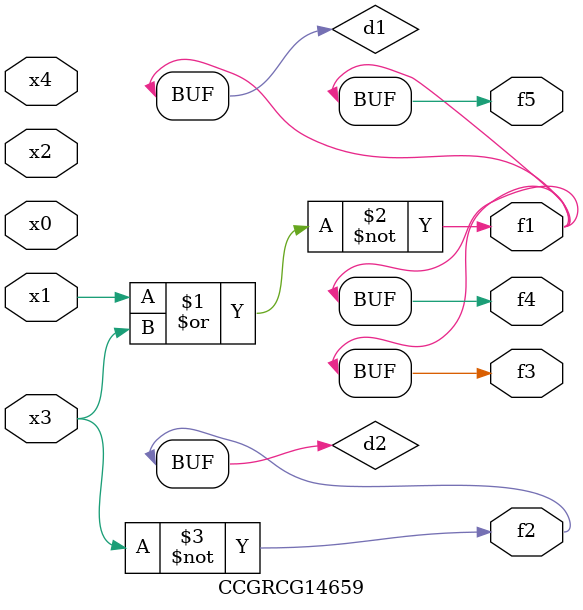
<source format=v>
module CCGRCG14659(
	input x0, x1, x2, x3, x4,
	output f1, f2, f3, f4, f5
);

	wire d1, d2;

	nor (d1, x1, x3);
	not (d2, x3);
	assign f1 = d1;
	assign f2 = d2;
	assign f3 = d1;
	assign f4 = d1;
	assign f5 = d1;
endmodule

</source>
